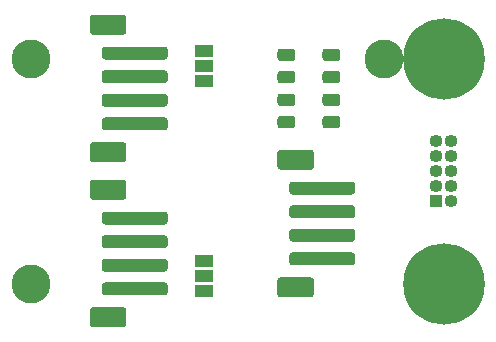
<source format=gbr>
%TF.GenerationSoftware,KiCad,Pcbnew,(5.1.6-0)*%
%TF.CreationDate,2022-04-20T23:20:55-07:00*%
%TF.ProjectId,talonsrx-enc-limit-ftc,74616c6f-6e73-4727-982d-656e632d6c69,rev?*%
%TF.SameCoordinates,PX695f190PY69fa208*%
%TF.FileFunction,Soldermask,Top*%
%TF.FilePolarity,Negative*%
%FSLAX46Y46*%
G04 Gerber Fmt 4.6, Leading zero omitted, Abs format (unit mm)*
G04 Created by KiCad (PCBNEW (5.1.6-0)) date 2022-04-20 23:20:55*
%MOMM*%
%LPD*%
G01*
G04 APERTURE LIST*
%ADD10C,3.300000*%
%ADD11R,1.100000X1.100000*%
%ADD12O,1.100000X1.100000*%
%ADD13R,1.600000X1.100000*%
%ADD14C,6.900000*%
G04 APERTURE END LIST*
%TO.C,J4*%
G36*
G01*
X31600000Y5975000D02*
X26550000Y5975000D01*
G75*
G02*
X26275000Y6250000I0J275000D01*
G01*
X26275000Y6800000D01*
G75*
G02*
X26550000Y7075000I275000J0D01*
G01*
X31600000Y7075000D01*
G75*
G02*
X31875000Y6800000I0J-275000D01*
G01*
X31875000Y6250000D01*
G75*
G02*
X31600000Y5975000I-275000J0D01*
G01*
G37*
G36*
G01*
X31600000Y7975000D02*
X26550000Y7975000D01*
G75*
G02*
X26275000Y8250000I0J275000D01*
G01*
X26275000Y8800000D01*
G75*
G02*
X26550000Y9075000I275000J0D01*
G01*
X31600000Y9075000D01*
G75*
G02*
X31875000Y8800000I0J-275000D01*
G01*
X31875000Y8250000D01*
G75*
G02*
X31600000Y7975000I-275000J0D01*
G01*
G37*
G36*
G01*
X31600000Y9975000D02*
X26550000Y9975000D01*
G75*
G02*
X26275000Y10250000I0J275000D01*
G01*
X26275000Y10800000D01*
G75*
G02*
X26550000Y11075000I275000J0D01*
G01*
X31600000Y11075000D01*
G75*
G02*
X31875000Y10800000I0J-275000D01*
G01*
X31875000Y10250000D01*
G75*
G02*
X31600000Y9975000I-275000J0D01*
G01*
G37*
G36*
G01*
X31600000Y11975000D02*
X26550000Y11975000D01*
G75*
G02*
X26275000Y12250000I0J275000D01*
G01*
X26275000Y12800000D01*
G75*
G02*
X26550000Y13075000I275000J0D01*
G01*
X31600000Y13075000D01*
G75*
G02*
X31875000Y12800000I0J-275000D01*
G01*
X31875000Y12250000D01*
G75*
G02*
X31600000Y11975000I-275000J0D01*
G01*
G37*
G36*
G01*
X28109375Y3275000D02*
X25540625Y3275000D01*
G75*
G02*
X25275000Y3540625I0J265625D01*
G01*
X25275000Y4709375D01*
G75*
G02*
X25540625Y4975000I265625J0D01*
G01*
X28109375Y4975000D01*
G75*
G02*
X28375000Y4709375I0J-265625D01*
G01*
X28375000Y3540625D01*
G75*
G02*
X28109375Y3275000I-265625J0D01*
G01*
G37*
G36*
G01*
X28109375Y14075000D02*
X25540625Y14075000D01*
G75*
G02*
X25275000Y14340625I0J265625D01*
G01*
X25275000Y15509375D01*
G75*
G02*
X25540625Y15775000I265625J0D01*
G01*
X28109375Y15775000D01*
G75*
G02*
X28375000Y15509375I0J-265625D01*
G01*
X28375000Y14340625D01*
G75*
G02*
X28109375Y14075000I-265625J0D01*
G01*
G37*
%TD*%
D10*
%TO.C,REF\u002A\u002A*%
X4445000Y23495000D03*
%TD*%
%TO.C,REF\u002A\u002A*%
X4445000Y4445000D03*
%TD*%
%TO.C,REF\u002A\u002A*%
X34290000Y23495000D03*
%TD*%
%TO.C,D1*%
G36*
G01*
X30326250Y19450000D02*
X29363750Y19450000D01*
G75*
G02*
X29095000Y19718750I0J268750D01*
G01*
X29095000Y20256250D01*
G75*
G02*
X29363750Y20525000I268750J0D01*
G01*
X30326250Y20525000D01*
G75*
G02*
X30595000Y20256250I0J-268750D01*
G01*
X30595000Y19718750D01*
G75*
G02*
X30326250Y19450000I-268750J0D01*
G01*
G37*
G36*
G01*
X30326250Y17575000D02*
X29363750Y17575000D01*
G75*
G02*
X29095000Y17843750I0J268750D01*
G01*
X29095000Y18381250D01*
G75*
G02*
X29363750Y18650000I268750J0D01*
G01*
X30326250Y18650000D01*
G75*
G02*
X30595000Y18381250I0J-268750D01*
G01*
X30595000Y17843750D01*
G75*
G02*
X30326250Y17575000I-268750J0D01*
G01*
G37*
%TD*%
%TO.C,D2*%
G36*
G01*
X26516250Y17575000D02*
X25553750Y17575000D01*
G75*
G02*
X25285000Y17843750I0J268750D01*
G01*
X25285000Y18381250D01*
G75*
G02*
X25553750Y18650000I268750J0D01*
G01*
X26516250Y18650000D01*
G75*
G02*
X26785000Y18381250I0J-268750D01*
G01*
X26785000Y17843750D01*
G75*
G02*
X26516250Y17575000I-268750J0D01*
G01*
G37*
G36*
G01*
X26516250Y19450000D02*
X25553750Y19450000D01*
G75*
G02*
X25285000Y19718750I0J268750D01*
G01*
X25285000Y20256250D01*
G75*
G02*
X25553750Y20525000I268750J0D01*
G01*
X26516250Y20525000D01*
G75*
G02*
X26785000Y20256250I0J-268750D01*
G01*
X26785000Y19718750D01*
G75*
G02*
X26516250Y19450000I-268750J0D01*
G01*
G37*
%TD*%
D11*
%TO.C,J1*%
X38735000Y11430000D03*
D12*
X40005000Y11430000D03*
X38735000Y12700000D03*
X40005000Y12700000D03*
X38735000Y13970000D03*
X40005000Y13970000D03*
X38735000Y15240000D03*
X40005000Y15240000D03*
X38735000Y16510000D03*
X40005000Y16510000D03*
%TD*%
D13*
%TO.C,JP1*%
X19050000Y22860000D03*
X19050000Y24160000D03*
X19050000Y21560000D03*
%TD*%
%TO.C,JP2*%
X19050000Y3780000D03*
X19050000Y6380000D03*
X19050000Y5080000D03*
%TD*%
%TO.C,R1*%
G36*
G01*
X29363750Y22460000D02*
X30326250Y22460000D01*
G75*
G02*
X30595000Y22191250I0J-268750D01*
G01*
X30595000Y21653750D01*
G75*
G02*
X30326250Y21385000I-268750J0D01*
G01*
X29363750Y21385000D01*
G75*
G02*
X29095000Y21653750I0J268750D01*
G01*
X29095000Y22191250D01*
G75*
G02*
X29363750Y22460000I268750J0D01*
G01*
G37*
G36*
G01*
X29363750Y24335000D02*
X30326250Y24335000D01*
G75*
G02*
X30595000Y24066250I0J-268750D01*
G01*
X30595000Y23528750D01*
G75*
G02*
X30326250Y23260000I-268750J0D01*
G01*
X29363750Y23260000D01*
G75*
G02*
X29095000Y23528750I0J268750D01*
G01*
X29095000Y24066250D01*
G75*
G02*
X29363750Y24335000I268750J0D01*
G01*
G37*
%TD*%
%TO.C,R2*%
G36*
G01*
X25553750Y24335000D02*
X26516250Y24335000D01*
G75*
G02*
X26785000Y24066250I0J-268750D01*
G01*
X26785000Y23528750D01*
G75*
G02*
X26516250Y23260000I-268750J0D01*
G01*
X25553750Y23260000D01*
G75*
G02*
X25285000Y23528750I0J268750D01*
G01*
X25285000Y24066250D01*
G75*
G02*
X25553750Y24335000I268750J0D01*
G01*
G37*
G36*
G01*
X25553750Y22460000D02*
X26516250Y22460000D01*
G75*
G02*
X26785000Y22191250I0J-268750D01*
G01*
X26785000Y21653750D01*
G75*
G02*
X26516250Y21385000I-268750J0D01*
G01*
X25553750Y21385000D01*
G75*
G02*
X25285000Y21653750I0J268750D01*
G01*
X25285000Y22191250D01*
G75*
G02*
X25553750Y22460000I268750J0D01*
G01*
G37*
%TD*%
%TO.C,J2*%
G36*
G01*
X15725000Y17405000D02*
X10675000Y17405000D01*
G75*
G02*
X10400000Y17680000I0J275000D01*
G01*
X10400000Y18230000D01*
G75*
G02*
X10675000Y18505000I275000J0D01*
G01*
X15725000Y18505000D01*
G75*
G02*
X16000000Y18230000I0J-275000D01*
G01*
X16000000Y17680000D01*
G75*
G02*
X15725000Y17405000I-275000J0D01*
G01*
G37*
G36*
G01*
X15725000Y19405000D02*
X10675000Y19405000D01*
G75*
G02*
X10400000Y19680000I0J275000D01*
G01*
X10400000Y20230000D01*
G75*
G02*
X10675000Y20505000I275000J0D01*
G01*
X15725000Y20505000D01*
G75*
G02*
X16000000Y20230000I0J-275000D01*
G01*
X16000000Y19680000D01*
G75*
G02*
X15725000Y19405000I-275000J0D01*
G01*
G37*
G36*
G01*
X15725000Y21405000D02*
X10675000Y21405000D01*
G75*
G02*
X10400000Y21680000I0J275000D01*
G01*
X10400000Y22230000D01*
G75*
G02*
X10675000Y22505000I275000J0D01*
G01*
X15725000Y22505000D01*
G75*
G02*
X16000000Y22230000I0J-275000D01*
G01*
X16000000Y21680000D01*
G75*
G02*
X15725000Y21405000I-275000J0D01*
G01*
G37*
G36*
G01*
X15725000Y23405000D02*
X10675000Y23405000D01*
G75*
G02*
X10400000Y23680000I0J275000D01*
G01*
X10400000Y24230000D01*
G75*
G02*
X10675000Y24505000I275000J0D01*
G01*
X15725000Y24505000D01*
G75*
G02*
X16000000Y24230000I0J-275000D01*
G01*
X16000000Y23680000D01*
G75*
G02*
X15725000Y23405000I-275000J0D01*
G01*
G37*
G36*
G01*
X12234375Y14705000D02*
X9665625Y14705000D01*
G75*
G02*
X9400000Y14970625I0J265625D01*
G01*
X9400000Y16139375D01*
G75*
G02*
X9665625Y16405000I265625J0D01*
G01*
X12234375Y16405000D01*
G75*
G02*
X12500000Y16139375I0J-265625D01*
G01*
X12500000Y14970625D01*
G75*
G02*
X12234375Y14705000I-265625J0D01*
G01*
G37*
G36*
G01*
X12234375Y25505000D02*
X9665625Y25505000D01*
G75*
G02*
X9400000Y25770625I0J265625D01*
G01*
X9400000Y26939375D01*
G75*
G02*
X9665625Y27205000I265625J0D01*
G01*
X12234375Y27205000D01*
G75*
G02*
X12500000Y26939375I0J-265625D01*
G01*
X12500000Y25770625D01*
G75*
G02*
X12234375Y25505000I-265625J0D01*
G01*
G37*
%TD*%
%TO.C,J3*%
G36*
G01*
X12234375Y11535000D02*
X9665625Y11535000D01*
G75*
G02*
X9400000Y11800625I0J265625D01*
G01*
X9400000Y12969375D01*
G75*
G02*
X9665625Y13235000I265625J0D01*
G01*
X12234375Y13235000D01*
G75*
G02*
X12500000Y12969375I0J-265625D01*
G01*
X12500000Y11800625D01*
G75*
G02*
X12234375Y11535000I-265625J0D01*
G01*
G37*
G36*
G01*
X12234375Y735000D02*
X9665625Y735000D01*
G75*
G02*
X9400000Y1000625I0J265625D01*
G01*
X9400000Y2169375D01*
G75*
G02*
X9665625Y2435000I265625J0D01*
G01*
X12234375Y2435000D01*
G75*
G02*
X12500000Y2169375I0J-265625D01*
G01*
X12500000Y1000625D01*
G75*
G02*
X12234375Y735000I-265625J0D01*
G01*
G37*
G36*
G01*
X15725000Y9435000D02*
X10675000Y9435000D01*
G75*
G02*
X10400000Y9710000I0J275000D01*
G01*
X10400000Y10260000D01*
G75*
G02*
X10675000Y10535000I275000J0D01*
G01*
X15725000Y10535000D01*
G75*
G02*
X16000000Y10260000I0J-275000D01*
G01*
X16000000Y9710000D01*
G75*
G02*
X15725000Y9435000I-275000J0D01*
G01*
G37*
G36*
G01*
X15725000Y7435000D02*
X10675000Y7435000D01*
G75*
G02*
X10400000Y7710000I0J275000D01*
G01*
X10400000Y8260000D01*
G75*
G02*
X10675000Y8535000I275000J0D01*
G01*
X15725000Y8535000D01*
G75*
G02*
X16000000Y8260000I0J-275000D01*
G01*
X16000000Y7710000D01*
G75*
G02*
X15725000Y7435000I-275000J0D01*
G01*
G37*
G36*
G01*
X15725000Y5435000D02*
X10675000Y5435000D01*
G75*
G02*
X10400000Y5710000I0J275000D01*
G01*
X10400000Y6260000D01*
G75*
G02*
X10675000Y6535000I275000J0D01*
G01*
X15725000Y6535000D01*
G75*
G02*
X16000000Y6260000I0J-275000D01*
G01*
X16000000Y5710000D01*
G75*
G02*
X15725000Y5435000I-275000J0D01*
G01*
G37*
G36*
G01*
X15725000Y3435000D02*
X10675000Y3435000D01*
G75*
G02*
X10400000Y3710000I0J275000D01*
G01*
X10400000Y4260000D01*
G75*
G02*
X10675000Y4535000I275000J0D01*
G01*
X15725000Y4535000D01*
G75*
G02*
X16000000Y4260000I0J-275000D01*
G01*
X16000000Y3710000D01*
G75*
G02*
X15725000Y3435000I-275000J0D01*
G01*
G37*
%TD*%
D14*
%TO.C,H1*%
X39370000Y23495000D03*
%TD*%
%TO.C,H2*%
X39370000Y4445000D03*
%TD*%
M02*

</source>
